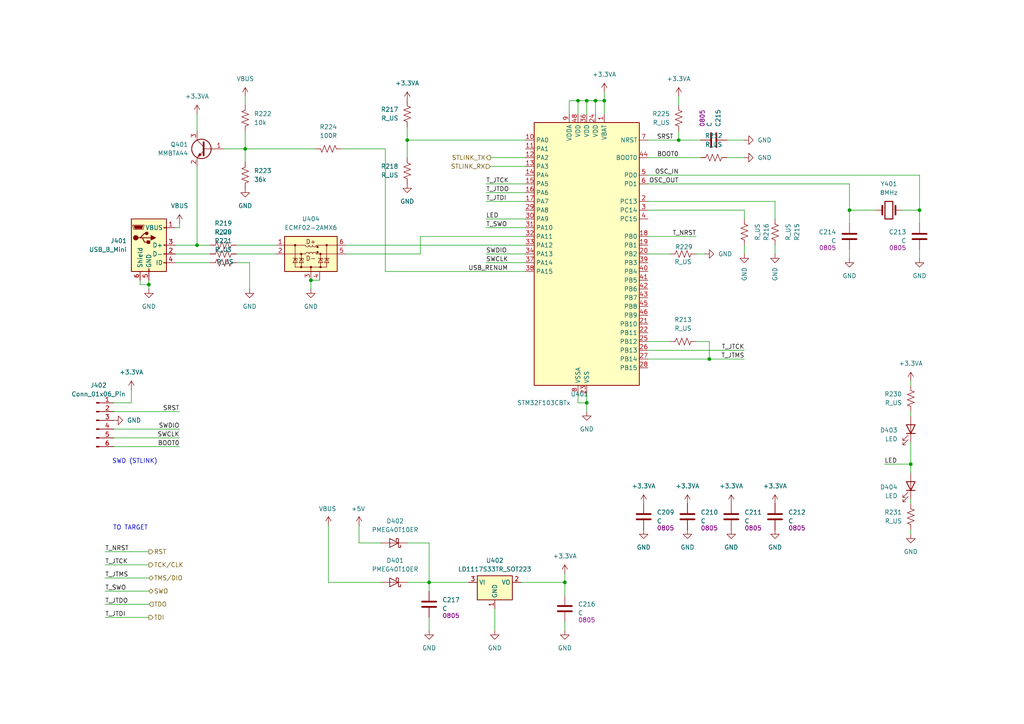
<source format=kicad_sch>
(kicad_sch (version 20250114) (generator "eeschema") (generator_version "9.0")
  (paper "A4")
  (lib_symbols
    (symbol "Connector:Conn_01x06_Pin" (pin_names (offset 1.016) (hide yes))
      (property "Reference" "J" (at 0 7.62 0))
      (property "Value" "Conn_01x06_Pin" (at 0 -10.16 0))
      (symbol "Conn_01x06_Pin_1_1"
        (rectangle (start 0.8636 5.207) (end 0 4.953) (stroke (width 0.1524)) (fill (type outline)))
        (rectangle (start 0.8636 2.667) (end 0 2.413) (stroke (width 0.1524)) (fill (type outline)))
        (rectangle (start 0.8636 0.127) (end 0 -0.127) (stroke (width 0.1524)) (fill (type outline)))
        (rectangle (start 0.8636 -2.413) (end 0 -2.667) (stroke (width 0.1524)) (fill (type outline)))
        (rectangle (start 0.8636 -4.953) (end 0 -5.207) (stroke (width 0.1524)) (fill (type outline)))
        (rectangle (start 0.8636 -7.493) (end 0 -7.747) (stroke (width 0.1524)) (fill (type outline)))
        (polyline (pts (xy 1.27 5.08) (xy 0.8636 5.08)) (stroke (width 0.1524)))
        (polyline (pts (xy 1.27 2.54) (xy 0.8636 2.54)) (stroke (width 0.1524)))
        (polyline (pts (xy 1.27 0) (xy 0.8636 0)) (stroke (width 0.1524)))
        (polyline (pts (xy 1.27 -2.54) (xy 0.8636 -2.54)) (stroke (width 0.1524)))
        (polyline (pts (xy 1.27 -5.08) (xy 0.8636 -5.08)) (stroke (width 0.1524)))
        (polyline (pts (xy 1.27 -7.62) (xy 0.8636 -7.62)) (stroke (width 0.1524)))
        (pin passive line (at 5.08 5.08 180) (length 3.81) (name "Pin_1") (number "1"))
        (pin passive line (at 5.08 2.54 180) (length 3.81) (name "Pin_2") (number "2"))
        (pin passive line (at 5.08 0 180) (length 3.81) (name "Pin_3") (number "3"))
        (pin passive line (at 5.08 -2.54 180) (length 3.81) (name "Pin_4") (number "4"))
        (pin passive line (at 5.08 -5.08 180) (length 3.81) (name "Pin_5") (number "5"))
        (pin passive line (at 5.08 -7.62 180) (length 3.81) (name "Pin_6") (number "6"))
      )
    )
    (symbol "Connector:USB_B_Mini" (pin_names (offset 1.016))
      (property "Reference" "J" (at -5.08 11.43 0))
      (property "Value" "USB_B_Mini" (at -5.08 8.89 0))
      (symbol "USB_B_Mini_0_1"
        (rectangle (start -5.08 -7.62) (end 5.08 7.62) (stroke (width 0.254)) (fill (type background)))
        (polyline (pts (xy -4.699 5.842) (xy -4.699 5.588) (xy -4.445 4.826) (xy -4.445 4.572) (xy -1.651 4.572) (xy -1.651 4.826) (xy -1.397 5.588) (xy -1.397 5.842) (xy -4.699 5.842)))
        (polyline (pts (xy -4.318 5.588) (xy -1.778 5.588) (xy -2.032 4.826) (xy -4.064 4.826) (xy -4.318 5.588)) (fill (type outline)))
        (circle (center -3.81 2.159) (radius 0.635) (stroke (width 0.254)) (fill (type outline)))
        (polyline (pts (xy -3.175 2.159) (xy -2.54 2.159) (xy -1.27 3.429) (xy -0.635 3.429)) (stroke (width 0.254)))
        (polyline (pts (xy -2.54 2.159) (xy -1.905 2.159) (xy -1.27 0.889) (xy 0 0.889)) (stroke (width 0.254)))
        (polyline (pts (xy -1.905 2.159) (xy 0.635 2.159)) (stroke (width 0.254)))
        (circle (center -0.635 3.429) (radius 0.381) (stroke (width 0.254)) (fill (type outline)))
        (rectangle (start -0.127 -7.62) (end 0.127 -6.858))
        (rectangle (start 0.254 1.27) (end -0.508 0.508) (stroke (width 0.254)) (fill (type outline)))
        (polyline (pts (xy 0.635 2.794) (xy 0.635 1.524) (xy 1.905 2.159) (xy 0.635 2.794)) (stroke (width 0.254)) (fill (type outline)))
        (rectangle (start 5.08 4.953) (end 4.318 5.207))
        (rectangle (start 5.08 -0.127) (end 4.318 0.127))
        (rectangle (start 5.08 -2.667) (end 4.318 -2.413))
        (rectangle (start 5.08 -5.207) (end 4.318 -4.953))
      )
      (symbol "USB_B_Mini_1_1"
        (pin passive line (at -2.54 -10.16 90) (length 2.54) (name "Shield") (number "6"))
        (pin power_out line (at 0 -10.16 90) (length 2.54) (name "GND") (number "5"))
        (pin power_out line (at 7.62 5.08 180) (length 2.54) (name "VBUS") (number "1"))
        (pin bidirectional line (at 7.62 0 180) (length 2.54) (name "D+") (number "3"))
        (pin bidirectional line (at 7.62 -2.54 180) (length 2.54) (name "D-") (number "2"))
        (pin passive line (at 7.62 -5.08 180) (length 2.54) (name "ID") (number "4"))
      )
    )
    (symbol "Device:C" (pin_numbers (hide yes)) (pin_names (offset 0.254))
      (property "Reference" "C" (at 0.635 2.54 0))
      (property "Value" "C" (at 0.635 -2.54 0))
      (symbol "C_0_1"
        (polyline (pts (xy -2.032 0.762) (xy 2.032 0.762)) (stroke (width 0.508)))
        (polyline (pts (xy -2.032 -0.762) (xy 2.032 -0.762)) (stroke (width 0.508)))
      )
      (symbol "C_1_1"
        (pin passive line (at 0 3.81 270) (length 2.794) (name "~") (number "1"))
        (pin passive line (at 0 -3.81 90) (length 2.794) (name "~") (number "2"))
      )
    )
    (symbol "Device:Crystal" (pin_numbers (hide yes)) (pin_names (offset 1.016) (hide yes))
      (property "Reference" "Y" (at 0 3.81 0))
      (property "Value" "Crystal" (at 0 -3.81 0))
      (symbol "Crystal_0_1"
        (polyline (pts (xy -2.54 0) (xy -1.905 0)))
        (polyline (pts (xy -1.905 -1.27) (xy -1.905 1.27)) (stroke (width 0.508)))
        (rectangle (start -1.143 2.54) (end 1.143 -2.54) (stroke (width 0.3048)))
        (polyline (pts (xy 1.905 -1.27) (xy 1.905 1.27)) (stroke (width 0.508)))
        (polyline (pts (xy 2.54 0) (xy 1.905 0)))
      )
      (symbol "Crystal_1_1"
        (pin passive line (at -3.81 0 0) (length 1.27) (name "1") (number "1"))
        (pin passive line (at 3.81 0 180) (length 1.27) (name "2") (number "2"))
      )
    )
    (symbol "Device:LED" (pin_numbers (hide yes)) (pin_names (offset 1.016) (hide yes))
      (property "Reference" "D" (at 0 2.54 0))
      (property "Value" "LED" (at 0 -2.54 0))
      (symbol "LED_0_1"
        (polyline (pts (xy -3.048 -0.762) (xy -4.572 -2.286) (xy -3.81 -2.286) (xy -4.572 -2.286) (xy -4.572 -1.524)))
        (polyline (pts (xy -1.778 -0.762) (xy -3.302 -2.286) (xy -2.54 -2.286) (xy -3.302 -2.286) (xy -3.302 -1.524)))
        (polyline (pts (xy -1.27 0) (xy 1.27 0)))
        (polyline (pts (xy -1.27 -1.27) (xy -1.27 1.27)) (stroke (width 0.254)))
        (polyline (pts (xy 1.27 -1.27) (xy 1.27 1.27) (xy -1.27 0) (xy 1.27 -1.27)) (stroke (width 0.254)))
      )
      (symbol "LED_1_1"
        (pin passive line (at -3.81 0 0) (length 2.54) (name "K") (number "1"))
        (pin passive line (at 3.81 0 180) (length 2.54) (name "A") (number "2"))
      )
    )
    (symbol "Device:R_US" (pin_numbers (hide yes)) (pin_names (offset 0))
      (property "Reference" "R" (at 2.54 0 90))
      (property "Value" "R_US" (at -2.54 0 90))
      (symbol "R_US_0_1"
        (polyline (pts (xy 0 2.286) (xy 0 2.54)))
        (polyline (pts (xy 0 2.286) (xy 1.016 1.905) (xy 0 1.524) (xy -1.016 1.143) (xy 0 0.762)))
        (polyline (pts (xy 0 0.762) (xy 1.016 0.381) (xy 0 0) (xy -1.016 -0.381) (xy 0 -0.762)))
        (polyline (pts (xy 0 -0.762) (xy 1.016 -1.143) (xy 0 -1.524) (xy -1.016 -1.905) (xy 0 -2.286)))
        (polyline (pts (xy 0 -2.286) (xy 0 -2.54)))
      )
      (symbol "R_US_1_1"
        (pin passive line (at 0 3.81 270) (length 1.27) (name "~") (number "1"))
        (pin passive line (at 0 -3.81 90) (length 1.27) (name "~") (number "2"))
      )
    )
    (symbol "Diode:PMEG40T10ER" (pin_numbers (hide yes)) (pin_names (hide yes))
      (property "Reference" "D" (at 0 2.54 0))
      (property "Value" "PMEG40T10ER" (at 0 -2.54 0))
      (symbol "PMEG40T10ER_0_1"
        (polyline (pts (xy -1.905 0.635) (xy -1.905 1.27) (xy -1.27 1.27) (xy -1.27 -1.27) (xy -0.635 -1.27) (xy -0.635 -0.635)) (stroke (width 0.2032)))
        (polyline (pts (xy 1.27 1.27) (xy 1.27 -1.27) (xy -1.27 0) (xy 1.27 1.27)) (stroke (width 0.2032)))
        (polyline (pts (xy 1.27 0) (xy -1.27 0)))
      )
      (symbol "PMEG40T10ER_1_1"
        (pin passive line (at -3.81 0 0) (length 2.54) (name "K") (number "1"))
        (pin passive line (at 3.81 0 180) (length 2.54) (name "A") (number "2"))
      )
    )
    (symbol "MCU_ST_STM32F1:STM32F103CBTx"
      (property "Reference" "U" (at -15.24 39.37 0))
      (property "Value" "STM32F103CBTx" (at 7.62 39.37 0))
      (symbol "STM32F103CBTx_0_1"
        (rectangle (start -15.24 -38.1) (end 15.24 38.1) (stroke (width 0.254)) (fill (type background)))
      )
      (symbol "STM32F103CBTx_1_1"
        (pin input line (at -17.78 33.02 0) (length 2.54) (name "NRST") (number "7"))
        (pin input line (at -17.78 27.94 0) (length 2.54) (name "BOOT0") (number "44"))
        (pin bidirectional line (at -17.78 22.86 0) (length 2.54) (name "PD0") (number "5"))
        (pin bidirectional line (at -17.78 20.32 0) (length 2.54) (name "PD1") (number "6"))
        (pin bidirectional line (at -17.78 15.24 0) (length 2.54) (name "PC13") (number "2"))
        (pin bidirectional line (at -17.78 12.7 0) (length 2.54) (name "PC14") (number "3"))
        (pin bidirectional line (at -17.78 10.16 0) (length 2.54) (name "PC15") (number "4"))
        (pin bidirectional line (at -17.78 5.08 0) (length 2.54) (name "PB0") (number "18"))
        (pin bidirectional line (at -17.78 2.54 0) (length 2.54) (name "PB1") (number "19"))
        (pin bidirectional line (at -17.78 0 0) (length 2.54) (name "PB2") (number "20"))
        (pin bidirectional line (at -17.78 -2.54 0) (length 2.54) (name "PB3") (number "39"))
        (pin bidirectional line (at -17.78 -5.08 0) (length 2.54) (name "PB4") (number "40"))
        (pin bidirectional line (at -17.78 -7.62 0) (length 2.54) (name "PB5") (number "41"))
        (pin bidirectional line (at -17.78 -10.16 0) (length 2.54) (name "PB6") (number "42"))
        (pin bidirectional line (at -17.78 -12.7 0) (length 2.54) (name "PB7") (number "43"))
        (pin bidirectional line (at -17.78 -15.24 0) (length 2.54) (name "PB8") (number "45"))
        (pin bidirectional line (at -17.78 -17.78 0) (length 2.54) (name "PB9") (number "46"))
        (pin bidirectional line (at -17.78 -20.32 0) (length 2.54) (name "PB10") (number "21"))
        (pin bidirectional line (at -17.78 -22.86 0) (length 2.54) (name "PB11") (number "22"))
        (pin bidirectional line (at -17.78 -25.4 0) (length 2.54) (name "PB12") (number "25"))
        (pin bidirectional line (at -17.78 -27.94 0) (length 2.54) (name "PB13") (number "26"))
        (pin bidirectional line (at -17.78 -30.48 0) (length 2.54) (name "PB14") (number "27"))
        (pin bidirectional line (at -17.78 -33.02 0) (length 2.54) (name "PB15") (number "28"))
        (pin power_in line (at -5.08 40.64 270) (length 2.54) (name "VBAT") (number "1"))
        (pin power_in line (at -2.54 40.64 270) (length 2.54) (name "VDD") (number "24"))
        (pin power_in line (at 0 40.64 270) (length 2.54) (name "VDD") (number "36"))
        (pin power_in line (at 0 -40.64 90) (length 2.54) (name "VSS") (number "23"))
        (pin passive line (at 0 -40.64 90) (length 2.54) (hide yes) (name "VSS") (number "35"))
        (pin passive line (at 0 -40.64 90) (length 2.54) (hide yes) (name "VSS") (number "47"))
        (pin power_in line (at 2.54 40.64 270) (length 2.54) (name "VDD") (number "48"))
        (pin power_in line (at 2.54 -40.64 90) (length 2.54) (name "VSSA") (number "8"))
        (pin power_in line (at 5.08 40.64 270) (length 2.54) (name "VDDA") (number "9"))
        (pin bidirectional line (at 17.78 33.02 180) (length 2.54) (name "PA0") (number "10"))
        (pin bidirectional line (at 17.78 30.48 180) (length 2.54) (name "PA1") (number "11"))
        (pin bidirectional line (at 17.78 27.94 180) (length 2.54) (name "PA2") (number "12"))
        (pin bidirectional line (at 17.78 25.4 180) (length 2.54) (name "PA3") (number "13"))
        (pin bidirectional line (at 17.78 22.86 180) (length 2.54) (name "PA4") (number "14"))
        (pin bidirectional line (at 17.78 20.32 180) (length 2.54) (name "PA5") (number "15"))
        (pin bidirectional line (at 17.78 17.78 180) (length 2.54) (name "PA6") (number "16"))
        (pin bidirectional line (at 17.78 15.24 180) (length 2.54) (name "PA7") (number "17"))
        (pin bidirectional line (at 17.78 12.7 180) (length 2.54) (name "PA8") (number "29"))
        (pin bidirectional line (at 17.78 10.16 180) (length 2.54) (name "PA9") (number "30"))
        (pin bidirectional line (at 17.78 7.62 180) (length 2.54) (name "PA10") (number "31"))
        (pin bidirectional line (at 17.78 5.08 180) (length 2.54) (name "PA11") (number "32"))
        (pin bidirectional line (at 17.78 2.54 180) (length 2.54) (name "PA12") (number "33"))
        (pin bidirectional line (at 17.78 0 180) (length 2.54) (name "PA13") (number "34"))
        (pin bidirectional line (at 17.78 -2.54 180) (length 2.54) (name "PA14") (number "37"))
        (pin bidirectional line (at 17.78 -5.08 180) (length 2.54) (name "PA15") (number "38"))
      )
    )
    (symbol "Power_Protection:ECMF02-2AMX6" (pin_names (offset 0.0254) (hide yes))
      (property "Reference" "U" (at 0 10.16 0))
      (property "Value" "ECMF02-2AMX6" (at 0 7.62 0))
      (symbol "ECMF02-2AMX6_0_1"
        (rectangle (start -7.62 5.08) (end 7.62 -5.08) (stroke (width 0.254)) (fill (type background)))
        (polyline (pts (xy -7.62 2.54) (xy -1.524 2.54)))
        (polyline (pts (xy -7.62 0) (xy -1.524 0)))
        (polyline (pts (xy -4.572 2.54) (xy -4.572 -3.81)))
        (polyline (pts (xy -4.572 -3.81) (xy 4.572 -3.81)))
        (polyline (pts (xy -2.794 0) (xy -2.794 -3.81)))
        (arc (start -0.508 2.5023) (mid -1.016 2.0306) (end -1.524 2.5023))
        (arc (start -1.524 0.0377) (mid -1.016 0.5094) (end -0.508 0.0377))
        (arc (start 0.508 2.5023) (mid 0 2.0306) (end -0.508 2.5023))
        (arc (start -0.508 0.0377) (mid 0 0.5094) (end 0.508 0.0377))
        (polyline (pts (xy 0 -5.08) (xy 0 -3.81)))
        (arc (start 1.524 2.5023) (mid 1.016 2.0306) (end 0.508 2.5023))
        (arc (start 0.508 0.0377) (mid 1.016 0.5094) (end 1.524 0.0377))
        (polyline (pts (xy 2.54 2.54) (xy 1.524 2.54)))
        (polyline (pts (xy 2.54 2.54) (xy 7.62 2.54)))
        (polyline (pts (xy 2.54 0) (xy 1.524 0)))
        (polyline (pts (xy 2.54 0) (xy 7.62 0)))
        (polyline (pts (xy 2.794 0) (xy 2.794 -3.81)))
        (polyline (pts (xy 4.572 2.54) (xy 4.572 -3.81)))
        (text "D+" (at 0 3.556 0) (effects (font (size 1.27 1.27))))
        (text "D-" (at 0 -1.27 0) (effects (font (size 1.27 1.27))))
      )
      (symbol "ECMF02-2AMX6_1_1"
        (polyline (pts (xy -5.207 -2.54) (xy -3.937 -2.54) (xy -4.572 -1.27) (xy -5.207 -2.54)))
        (circle (center -4.572 2.54) (radius 0.254) (fill (type outline)))
        (polyline (pts (xy -3.937 -1.651) (xy -3.937 -1.27) (xy -5.207 -1.27)))
        (polyline (pts (xy -3.429 -2.54) (xy -2.159 -2.54) (xy -2.794 -1.27) (xy -3.429 -2.54)))
        (circle (center -2.794 0) (radius 0.254) (fill (type outline)))
        (circle (center -2.794 -3.81) (radius 0.254) (fill (type outline)))
        (polyline (pts (xy -2.159 -1.651) (xy -2.159 -1.27) (xy -3.429 -1.27)))
        (circle (center 0 -3.81) (radius 0.254) (fill (type outline)))
        (circle (center 1.905 2.032) (radius 0.254) (fill (type outline)))
        (circle (center 1.905 0.508) (radius 0.254) (fill (type outline)))
        (circle (center 2.794 0) (radius 0.254) (fill (type outline)))
        (circle (center 2.794 -3.81) (radius 0.254) (fill (type outline)))
        (polyline (pts (xy 3.429 -1.651) (xy 3.429 -1.27) (xy 2.159 -1.27)))
        (polyline (pts (xy 3.429 -2.54) (xy 2.159 -2.54) (xy 2.794 -1.27) (xy 3.429 -2.54)))
        (circle (center 4.572 2.54) (radius 0.254) (fill (type outline)))
        (polyline (pts (xy 5.207 -1.651) (xy 5.207 -1.27) (xy 3.937 -1.27)))
        (polyline (pts (xy 5.207 -2.54) (xy 3.937 -2.54) (xy 4.572 -1.27) (xy 5.207 -2.54)))
        (pin passive line (at -10.16 2.54 0) (length 2.54) (name "D+_in") (number "1"))
        (pin passive line (at -10.16 0 0) (length 2.54) (name "D-_in") (number "2"))
        (pin power_in line (at 0 -7.62 90) (length 2.54) (name "GND") (number "3"))
        (pin free line (at 2.54 -7.62 90) (length 2.54) (name "NC") (number "4"))
        (pin passive line (at 10.16 2.54 180) (length 2.54) (name "D+_out") (number "6"))
        (pin passive line (at 10.16 0 180) (length 2.54) (name "D-_out") (number "5"))
      )
    )
    (symbol "Regulator_Linear:LD1117S33TR_SOT223"
      (property "Reference" "U" (at -3.81 3.175 0))
      (property "Value" "LD1117S33TR_SOT223" (at 0 3.175 0))
      (symbol "LD1117S33TR_SOT223_0_1"
        (rectangle (start -5.08 -5.08) (end 5.08 1.905) (stroke (width 0.254)) (fill (type background)))
      )
      (symbol "LD1117S33TR_SOT223_1_1"
        (pin power_in line (at -7.62 0 0) (length 2.54) (name "VI") (number "3"))
        (pin power_in line (at 0 -7.62 90) (length 2.54) (name "GND") (number "1"))
        (pin power_out line (at 7.62 0 180) (length 2.54) (name "VO") (number "2"))
      )
    )
    (symbol "Transistor_BJT:MMBTA44" (pin_names (offset 0) (hide yes))
      (property "Reference" "Q" (at 5.08 1.905 0))
      (property "Value" "MMBTA44" (at 5.08 0 0))
      (symbol "MMBTA44_0_1"
        (polyline (pts (xy -2.54 0) (xy 0.635 0)))
        (polyline (pts (xy 0.635 1.905) (xy 0.635 -1.905)) (stroke (width 0.508)))
        (circle (center 1.27 0) (radius 2.8194) (stroke (width 0.254)))
      )
      (symbol "MMBTA44_1_1"
        (polyline (pts (xy 0.635 0.635) (xy 2.54 2.54)))
        (polyline (pts (xy 0.635 -0.635) (xy 2.54 -2.54)))
        (polyline (pts (xy 1.27 -1.778) (xy 1.778 -1.27) (xy 2.286 -2.286) (xy 1.27 -1.778)) (fill (type outline)))
        (pin input line (at -5.08 0 0) (length 2.54) (name "B") (number "1"))
        (pin passive line (at 2.54 5.08 270) (length 2.54) (name "C") (number "3"))
        (pin passive line (at 2.54 -5.08 90) (length 2.54) (name "E") (number "2"))
      )
    )
    (symbol "power:+3.3VA" (power) (pin_numbers (hide yes)) (pin_names (offset 0) (hide yes))
      (property "Value" "+3.3VA" (at 0 3.556 0))
      (symbol "+3.3VA_0_1"
        (polyline (pts (xy -0.762 1.27) (xy 0 2.54)))
        (polyline (pts (xy 0 2.54) (xy 0.762 1.27)))
        (polyline (pts (xy 0 0) (xy 0 2.54)))
      )
      (symbol "+3.3VA_1_1"
        (pin power_in line (at 0 0 90) (length 0) (name "~") (number "1"))
      )
    )
    (symbol "power:+5V" (power) (pin_numbers (hide yes)) (pin_names (offset 0) (hide yes))
      (property "Value" "+5V" (at 0 3.556 0))
      (symbol "+5V_0_1"
        (polyline (pts (xy -0.762 1.27) (xy 0 2.54)))
        (polyline (pts (xy 0 2.54) (xy 0.762 1.27)))
        (polyline (pts (xy 0 0) (xy 0 2.54)))
      )
      (symbol "+5V_1_1"
        (pin power_in line (at 0 0 90) (length 0) (name "~") (number "1"))
      )
    )
    (symbol "power:GND" (power) (pin_numbers (hide yes)) (pin_names (offset 0) (hide yes))
      (property "Value" "GND" (at 0 -3.81 0))
      (symbol "GND_0_1"
        (polyline (pts (xy 0 0) (xy 0 -1.27) (xy 1.27 -1.27) (xy 0 -2.54) (xy -1.27 -1.27) (xy 0 -1.27)))
      )
      (symbol "GND_1_1"
        (pin power_in line (at 0 0 270) (length 0) (name "~") (number "1"))
      )
    )
    (symbol "power:VBUS" (power) (pin_numbers (hide yes)) (pin_names (offset 0) (hide yes))
      (property "Value" "VBUS" (at 0 3.556 0))
      (symbol "VBUS_0_1"
        (polyline (pts (xy -0.762 1.27) (xy 0 2.54)))
        (polyline (pts (xy 0 2.54) (xy 0.762 1.27)))
        (polyline (pts (xy 0 0) (xy 0 2.54)))
      )
      (symbol "VBUS_1_1"
        (pin power_in line (at 0 0 90) (length 0) (name "~") (number "1"))
      )
    )
  )
  (text "TO TARGET\n" (at 37.846 153.162 0) (effects (font (size 1.27 1.27))))
  (text "SWD (STLINK)\n\n" (at 39.116 134.874 0) (effects (font (size 1.27 1.27))))
  (junction (at 246.38 60.96))
  (junction (at 175.26 29.21))
  (junction (at 172.72 29.21))
  (junction (at 124.46 168.91))
  (junction (at 205.74 104.14))
  (junction (at 266.7 60.96))
  (junction (at 57.15 71.12))
  (junction (at 196.85 40.64))
  (junction (at 167.64 29.21))
  (junction (at 118.11 40.64))
  (junction (at 43.18 82.55))
  (junction (at 163.83 168.91))
  (junction (at 264.16 134.62))
  (junction (at 90.17 81.28))
  (junction (at 170.18 116.84))
  (junction (at 71.12 43.18))
  (junction (at 170.18 29.21))
  (wire (pts (xy 152.4 63.5) (xy 140.97 63.5)))
  (wire (pts (xy 167.64 29.21) (xy 170.18 29.21)))
  (wire (pts (xy 201.93 99.06) (xy 205.74 99.06)))
  (wire (pts (xy 175.26 29.21) (xy 175.26 33.02)))
  (wire (pts (xy 246.38 53.34) (xy 187.96 53.34)))
  (wire (pts (xy 264.16 128.27) (xy 264.16 134.62)))
  (wire (pts (xy 152.4 53.34) (xy 140.97 53.34)))
  (wire (pts (xy 224.79 58.42) (xy 187.96 58.42)))
  (wire (pts (xy 80.01 71.12) (xy 68.58 71.12)))
  (wire (pts (xy 152.4 73.66) (xy 140.97 73.66)))
  (wire (pts (xy 205.74 99.06) (xy 205.74 104.14)))
  (wire (pts (xy 205.74 104.14) (xy 187.96 104.14)))
  (wire (pts (xy 90.17 81.28) (xy 90.17 83.82)))
  (wire (pts (xy 71.12 38.1) (xy 71.12 43.18)))
  (wire (pts (xy 201.93 68.58) (xy 187.96 68.58)))
  (wire (pts (xy 71.12 43.18) (xy 91.44 43.18)))
  (wire (pts (xy 167.64 29.21) (xy 167.64 33.02)))
  (wire (pts (xy 40.64 81.28) (xy 40.64 82.55)))
  (wire (pts (xy 30.48 160.02) (xy 43.18 160.02)))
  (wire (pts (xy 95.25 168.91) (xy 95.25 152.4)))
  (wire (pts (xy 57.15 48.26) (xy 57.15 71.12)))
  (wire (pts (xy 30.48 167.64) (xy 43.18 167.64)))
  (wire (pts (xy 33.02 119.38) (xy 52.07 119.38)))
  (wire (pts (xy 57.15 71.12) (xy 50.8 71.12)))
  (wire (pts (xy 167.64 114.3) (xy 167.64 116.84)))
  (wire (pts (xy 215.9 63.5) (xy 215.9 60.96)))
  (wire (pts (xy 264.16 144.78) (xy 264.16 146.05)))
  (wire (pts (xy 121.92 73.66) (xy 121.92 68.58)))
  (wire (pts (xy 201.93 73.66) (xy 204.47 73.66)))
  (wire (pts (xy 43.18 82.55) (xy 43.18 83.82)))
  (wire (pts (xy 72.39 76.2) (xy 72.39 83.82)))
  (wire (pts (xy 118.11 157.48) (xy 124.46 157.48)))
  (wire (pts (xy 163.83 168.91) (xy 163.83 172.72)))
  (wire (pts (xy 152.4 66.04) (xy 140.97 66.04)))
  (wire (pts (xy 68.58 76.2) (xy 72.39 76.2)))
  (wire (pts (xy 194.31 73.66) (xy 187.96 73.66)))
  (wire (pts (xy 196.85 40.64) (xy 203.2 40.64)))
  (wire (pts (xy 266.7 50.8) (xy 266.7 60.96)))
  (wire (pts (xy 110.49 168.91) (xy 95.25 168.91)))
  (wire (pts (xy 33.02 127) (xy 52.07 127)))
  (wire (pts (xy 170.18 116.84) (xy 170.18 119.38)))
  (wire (pts (xy 172.72 29.21) (xy 172.72 33.02)))
  (wire (pts (xy 64.77 43.18) (xy 71.12 43.18)))
  (wire (pts (xy 50.8 66.04) (xy 52.07 66.04)))
  (wire (pts (xy 33.02 124.46) (xy 52.07 124.46)))
  (wire (pts (xy 40.64 82.55) (xy 43.18 82.55)))
  (wire (pts (xy 165.1 29.21) (xy 167.64 29.21)))
  (wire (pts (xy 215.9 45.72) (xy 210.82 45.72)))
  (wire (pts (xy 124.46 179.07) (xy 124.46 182.88)))
  (wire (pts (xy 266.7 60.96) (xy 261.62 60.96)))
  (wire (pts (xy 215.9 101.6) (xy 187.96 101.6)))
  (wire (pts (xy 203.2 45.72) (xy 187.96 45.72)))
  (wire (pts (xy 264.16 134.62) (xy 264.16 137.16)))
  (wire (pts (xy 33.02 116.84) (xy 38.1 116.84)))
  (wire (pts (xy 246.38 74.93) (xy 246.38 72.39)))
  (wire (pts (xy 68.58 73.66) (xy 80.01 73.66)))
  (wire (pts (xy 167.64 116.84) (xy 170.18 116.84)))
  (wire (pts (xy 92.71 81.28) (xy 90.17 81.28)))
  (wire (pts (xy 152.4 78.74) (xy 111.76 78.74)))
  (wire (pts (xy 170.18 114.3) (xy 170.18 116.84)))
  (wire (pts (xy 50.8 76.2) (xy 60.96 76.2)))
  (wire (pts (xy 246.38 64.77) (xy 246.38 60.96)))
  (wire (pts (xy 266.7 50.8) (xy 187.96 50.8)))
  (wire (pts (xy 124.46 157.48) (xy 124.46 168.91)))
  (wire (pts (xy 143.51 176.53) (xy 143.51 182.88)))
  (wire (pts (xy 224.79 63.5) (xy 224.79 58.42)))
  (wire (pts (xy 111.76 43.18) (xy 111.76 78.74)))
  (wire (pts (xy 196.85 27.94) (xy 196.85 30.48)))
  (wire (pts (xy 152.4 71.12) (xy 100.33 71.12)))
  (wire (pts (xy 170.18 29.21) (xy 170.18 33.02)))
  (wire (pts (xy 104.14 157.48) (xy 110.49 157.48)))
  (wire (pts (xy 151.13 168.91) (xy 163.83 168.91)))
  (wire (pts (xy 50.8 73.66) (xy 60.96 73.66)))
  (wire (pts (xy 71.12 43.18) (xy 71.12 46.99)))
  (wire (pts (xy 152.4 55.88) (xy 140.97 55.88)))
  (wire (pts (xy 57.15 33.02) (xy 57.15 38.1)))
  (wire (pts (xy 33.02 129.54) (xy 52.07 129.54)))
  (wire (pts (xy 266.7 74.93) (xy 266.7 72.39)))
  (wire (pts (xy 175.26 26.67) (xy 175.26 29.21)))
  (wire (pts (xy 30.48 163.83) (xy 43.18 163.83)))
  (wire (pts (xy 100.33 73.66) (xy 121.92 73.66)))
  (wire (pts (xy 215.9 60.96) (xy 187.96 60.96)))
  (wire (pts (xy 187.96 99.06) (xy 194.31 99.06)))
  (wire (pts (xy 246.38 53.34) (xy 246.38 60.96)))
  (wire (pts (xy 30.48 171.45) (xy 43.18 171.45)))
  (wire (pts (xy 172.72 29.21) (xy 175.26 29.21)))
  (wire (pts (xy 30.48 175.26) (xy 43.18 175.26)))
  (wire (pts (xy 165.1 33.02) (xy 165.1 29.21)))
  (wire (pts (xy 118.11 36.83) (xy 118.11 40.64)))
  (wire (pts (xy 118.11 40.64) (xy 118.11 45.72)))
  (wire (pts (xy 215.9 104.14) (xy 205.74 104.14)))
  (wire (pts (xy 196.85 40.64) (xy 187.96 40.64)))
  (wire (pts (xy 264.16 119.38) (xy 264.16 120.65)))
  (wire (pts (xy 215.9 71.12) (xy 215.9 73.66)))
  (wire (pts (xy 266.7 64.77) (xy 266.7 60.96)))
  (wire (pts (xy 152.4 58.42) (xy 140.97 58.42)))
  (wire (pts (xy 152.4 40.64) (xy 118.11 40.64)))
  (wire (pts (xy 52.07 66.04) (xy 52.07 64.77)))
  (wire (pts (xy 254 60.96) (xy 246.38 60.96)))
  (wire (pts (xy 224.79 71.12) (xy 224.79 73.66)))
  (wire (pts (xy 104.14 152.4) (xy 104.14 157.48)))
  (wire (pts (xy 135.89 168.91) (xy 124.46 168.91)))
  (wire (pts (xy 196.85 38.1) (xy 196.85 40.64)))
  (wire (pts (xy 256.54 134.62) (xy 264.16 134.62)))
  (wire (pts (xy 170.18 29.21) (xy 172.72 29.21)))
  (wire (pts (xy 264.16 153.67) (xy 264.16 154.94)))
  (wire (pts (xy 30.48 179.07) (xy 43.18 179.07)))
  (wire (pts (xy 121.92 68.58) (xy 152.4 68.58)))
  (wire (pts (xy 152.4 48.26) (xy 142.24 48.26)))
  (wire (pts (xy 210.82 40.64) (xy 215.9 40.64)))
  (wire (pts (xy 43.18 82.55) (xy 43.18 81.28)))
  (wire (pts (xy 124.46 168.91) (xy 124.46 171.45)))
  (wire (pts (xy 264.16 110.49) (xy 264.16 111.76)))
  (wire (pts (xy 163.83 180.34) (xy 163.83 182.88)))
  (wire (pts (xy 38.1 116.84) (xy 38.1 113.03)))
  (wire (pts (xy 163.83 166.37) (xy 163.83 168.91)))
  (wire (pts (xy 152.4 45.72) (xy 142.24 45.72)))
  (wire (pts (xy 57.15 71.12) (xy 60.96 71.12)))
  (wire (pts (xy 99.06 43.18) (xy 111.76 43.18)))
  (wire (pts (xy 152.4 76.2) (xy 140.97 76.2)))
  (wire (pts (xy 124.46 168.91) (xy 118.11 168.91)))
  (wire (pts (xy 71.12 27.94) (xy 71.12 30.48)))
  (label "T_NRST" (at 30.48 160.02 0))
  (label "T_JTDI" (at 30.48 179.07 0))
  (label "SWCLK" (at 52.07 127 180))
  (label "LED" (at 140.97 63.5 0))
  (label "BOOT0" (at 196.85 45.72 180))
  (label "T_NRST" (at 201.93 68.58 180))
  (label "USB_RENUM" (at 147.32 78.74 180))
  (label "T_JTCK" (at 215.9 101.6 180))
  (label "T_SWO" (at 140.97 66.04 0))
  (label "T_SWO" (at 30.48 171.45 0))
  (label "T_JTMS" (at 30.48 167.64 0))
  (label "LED" (at 256.54 134.62 0))
  (label "SRST" (at 190.5 40.64 0))
  (label "T_JTCK" (at 30.48 163.83 0))
  (label "T_JTDO" (at 140.97 55.88 0))
  (label "T_JTDO" (at 30.48 175.26 0))
  (label "OSC_OUT" (at 196.85 53.34 180))
  (label "BOOT0" (at 52.07 129.54 180))
  (label "T_JTDI" (at 140.97 58.42 0))
  (label "T_JTMS" (at 215.9 104.14 180))
  (label "OSC_IN" (at 196.85 50.8 180))
  (label "T_JTCK" (at 140.97 53.34 0))
  (label "SWDIO" (at 52.07 124.46 180))
  (label "SWDIO" (at 140.97 73.66 0))
  (label "SRST" (at 52.07 119.38 180))
  (label "SWCLK" (at 140.97 76.2 0))
  (hierarchical_label "TCK{slash}CLK" (shape output) (at 43.18 163.83 0))
  (hierarchical_label "SWO" (shape bidirectional) (at 43.18 171.45 0))
  (hierarchical_label "STLINK_TX" (shape output) (at 142.24 45.72 180))
  (hierarchical_label "TDI" (shape output) (at 43.18 179.07 0))
  (hierarchical_label "TMS{slash}DIO" (shape bidirectional) (at 43.18 167.64 0))
  (hierarchical_label "TDO" (shape input) (at 43.18 175.26 0))
  (hierarchical_label "RST" (shape output) (at 43.18 160.02 0))
  (hierarchical_label "STLINK_RX" (shape input) (at 142.24 48.26 180))
  (symbol (lib_id "Device:Crystal") (at 257.81 60.96 0) (mirror y) (unit 1)
    (property "Reference" "Y401" (at 257.81 53.34 0))
    (property "Value" "8MHz" (at 257.81 55.88 0))
    (property "Footprint" "Crystal:Crystal_SMD_HC49-SD_HandSoldering" (effects (hide yes)))
    (property "Description" "Two pin crystal" (effects (hide yes)))
  )
  (symbol (lib_id "power:GND") (at 118.11 53.34 0) (mirror y) (unit 1)
    (property "Reference" "#PWR0245" (effects (hide yes)))
    (property "Value" "GND" (at 118.11 58.42 0))
    (property "Description" "Power symbol creates a global label with name \"GND\" , ground" (effects (hide yes)))
  )
  (symbol (lib_id "Device:R_US") (at 118.11 33.02 0) (unit 1)
    (property "Reference" "R217" (at 115.57 31.7499 0) (effects (justify right)))
    (property "Value" "R_US" (at 115.57 34.2899 0) (effects (justify right)))
    (property "Footprint" "Resistor_SMD:R_0805_2012Metric_Pad1.20x1.40mm_HandSolder" (effects (hide yes)))
    (property "Description" "Resistor, US symbol" (effects (hide yes)))
  )
  (symbol (lib_id "Device:R_US") (at 207.01 45.72 90) (unit 1)
    (property "Reference" "R212" (at 207.01 39.37 90))
    (property "Value" "R_US" (at 207.01 41.91 90))
    (property "Footprint" "Resistor_SMD:R_0805_2012Metric_Pad1.20x1.40mm_HandSolder" (effects (hide yes)))
    (property "Description" "Resistor, US symbol" (effects (hide yes)))
  )
  (symbol (lib_id "Regulator_Linear:LD1117S33TR_SOT223") (at 143.51 168.91 0) (unit 1)
    (property "Reference" "U402" (at 143.51 162.56 0))
    (property "Value" "LD1117S33TR_SOT223" (at 143.51 165.1 0))
    (property "Footprint" "Package_TO_SOT_SMD:SOT-223-3_TabPin2" (effects (hide yes)))
    (property "Datasheet" "http://www.st.com/st-web-ui/static/active/en/resource/technical/document/datasheet/CD00000544.pdf" (effects (hide yes)))
    (property "Description" "800mA Fixed Low Drop Positive Voltage Regulator, Fixed Output 3.3V, SOT-223" (effects (hide yes)))
  )
  (symbol (lib_id "power:VBUS") (at 52.07 64.77 0) (mirror y) (unit 1)
    (property "Reference" "#PWR0402" (effects (hide yes)))
    (property "Value" "VBUS" (at 52.07 59.69 0))
    (property "Description" "Power symbol creates a global label with name \"VBUS\"" (effects (hide yes)))
  )
  (symbol (lib_id "Device:R_US") (at 264.16 115.57 0) (unit 1)
    (property "Reference" "R230" (at 261.62 114.2999 0) (effects (justify right)))
    (property "Value" "R_US" (at 261.62 116.8399 0) (effects (justify right)))
    (property "Footprint" "Resistor_SMD:R_0805_2012Metric_Pad1.20x1.40mm_HandSolder" (effects (hide yes)))
    (property "Description" "Resistor, US symbol" (effects (hide yes)))
  )
  (symbol (lib_id "Device:LED") (at 264.16 124.46 270) (mirror x) (unit 1)
    (property "Reference" "D403" (at 260.35 124.7774 90) (effects (justify right)))
    (property "Value" "LED" (at 260.35 127.3174 90) (effects (justify right)))
    (property "Footprint" "LED_SMD:LED_0805_2012Metric_Pad1.15x1.40mm_HandSolder" (effects (hide yes)))
    (property "Description" "Light emitting diode" (effects (hide yes)))
    (property "Sim.Pins" "1=K 2=A" (effects (hide yes)))
  )
  (symbol (lib_id "power:GND") (at 43.18 83.82 0) (mirror y) (unit 1)
    (property "Reference" "#PWR0247" (effects (hide yes)))
    (property "Value" "GND" (at 43.18 88.9 0))
    (property "Description" "Power symbol creates a global label with name \"GND\" , ground" (effects (hide yes)))
  )
  (symbol (lib_id "Device:R_US") (at 64.77 73.66 90) (unit 1)
    (property "Reference" "R220" (at 64.77 67.31 90))
    (property "Value" "R_US" (at 65.278 75.946 90))
    (property "Footprint" "Resistor_SMD:R_0805_2012Metric_Pad1.20x1.40mm_HandSolder" (effects (hide yes)))
    (property "Description" "Resistor, US symbol" (effects (hide yes)))
  )
  (symbol (lib_id "Device:R_US") (at 224.79 67.31 0) (unit 1)
    (property "Reference" "R215" (at 231.14 67.31 90))
    (property "Value" "R_US" (at 228.6 67.31 90))
    (property "Footprint" "Resistor_SMD:R_0805_2012Metric_Pad1.20x1.40mm_HandSolder" (effects (hide yes)))
    (property "Description" "Resistor, US symbol" (effects (hide yes)))
  )
  (symbol (lib_id "power:+3.3VA") (at 224.79 146.05 0) (unit 1)
    (property "Reference" "#PWR0405" (effects (hide yes)))
    (property "Value" "+3.3VA" (at 224.79 140.97 0))
    (property "Description" "Power symbol creates a global label with name \"+3.3VA\"" (effects (hide yes)))
  )
  (symbol (lib_id "power:+3.3VA") (at 38.1 113.03 0) (unit 1)
    (property "Reference" "#PWR0413" (effects (hide yes)))
    (property "Value" "+3.3VA" (at 38.1 107.95 0))
    (property "Description" "Power symbol creates a global label with name \"+3.3VA\"" (effects (hide yes)))
  )
  (symbol (lib_id "power:+3.3VA") (at 118.11 29.21 0) (mirror y) (unit 1)
    (property "Reference" "#PWR0410" (effects (hide yes)))
    (property "Value" "+3.3VA" (at 118.11 24.13 0))
    (property "Description" "Power symbol creates a global label with name \"+3.3VA\"" (effects (hide yes)))
  )
  (symbol (lib_id "power:GND") (at 72.39 83.82 0) (mirror y) (unit 1)
    (property "Reference" "#PWR0246" (effects (hide yes)))
    (property "Value" "GND" (at 72.39 88.9 0))
    (property "Description" "Power symbol creates a global label with name \"GND\" , ground" (effects (hide yes)))
  )
  (symbol (lib_id "Device:LED") (at 264.16 140.97 270) (mirror x) (unit 1)
    (property "Reference" "D404" (at 260.35 141.2874 90) (effects (justify right)))
    (property "Value" "LED" (at 260.35 143.8274 90) (effects (justify right)))
    (property "Footprint" "LED_SMD:LED_0805_2012Metric_Pad1.15x1.40mm_HandSolder" (effects (hide yes)))
    (property "Description" "Light emitting diode" (effects (hide yes)))
    (property "Sim.Pins" "1=K 2=A" (effects (hide yes)))
  )
  (symbol (lib_id "Device:R_US") (at 64.77 76.2 90) (unit 1)
    (property "Reference" "R221" (at 64.77 69.85 90))
    (property "Value" "R_US" (at 64.77 72.39 90))
    (property "Footprint" "Resistor_SMD:R_0805_2012Metric_Pad1.20x1.40mm_HandSolder" (effects (hide yes)))
    (property "Description" "Resistor, US symbol" (effects (hide yes)))
  )
  (symbol (lib_id "power:GND") (at 90.17 83.82 0) (mirror y) (unit 1)
    (property "Reference" "#PWR0294" (effects (hide yes)))
    (property "Value" "GND" (at 90.17 88.9 0))
    (property "Description" "Power symbol creates a global label with name \"GND\" , ground" (effects (hide yes)))
  )
  (symbol (lib_id "power:GND") (at 215.9 73.66 0) (mirror y) (unit 1)
    (property "Reference" "#PWR0244" (effects (hide yes)))
    (property "Value" "GND" (at 215.9001 77.47 90) (effects (justify right)))
    (property "Description" "Power symbol creates a global label with name \"GND\" , ground" (effects (hide yes)))
  )
  (symbol (lib_id "Transistor_BJT:MMBTA44") (at 59.69 43.18 0) (mirror y) (unit 1)
    (property "Reference" "Q401" (at 54.61 41.9099 0) (effects (justify left)))
    (property "Value" "MMBTA44" (at 54.61 44.4499 0) (effects (justify left)))
    (property "Footprint" "Package_TO_SOT_SMD:SOT-23" (effects (hide yes)))
    (property "Datasheet" "https://diotec.com/request/datasheet/mmbta42.pdf" (effects (hide yes)))
    (property "Description" "0.3A Ic, 400V Vce, NPN High Voltage Transistor, SOT-23" (effects (hide yes)))
  )
  (symbol (lib_id "Device:R_US") (at 118.11 49.53 0) (unit 1)
    (property "Reference" "R218" (at 115.57 48.2599 0) (effects (justify right)))
    (property "Value" "R_US" (at 115.57 50.7999 0) (effects (justify right)))
    (property "Footprint" "Resistor_SMD:R_0805_2012Metric_Pad1.20x1.40mm_HandSolder" (effects (hide yes)))
    (property "Description" "Resistor, US symbol" (effects (hide yes)))
  )
  (symbol (lib_id "Device:R_US") (at 71.12 50.8 0) (mirror y) (unit 1)
    (property "Reference" "R223" (at 73.66 49.5299 0) (effects (justify right)))
    (property "Value" "36k" (at 73.66 52.0699 0) (effects (justify right)))
    (property "Footprint" "Resistor_SMD:R_0805_2012Metric_Pad1.20x1.40mm_HandSolder" (effects (hide yes)))
    (property "Description" "Resistor, US symbol" (effects (hide yes)))
  )
  (symbol (lib_id "MCU_ST_STM32F1:STM32F103CBTx") (at 170.18 73.66 0) (mirror y) (unit 1)
    (property "Reference" "U401" (at 165.4967 114.3 0) (effects (justify right)))
    (property "Value" "STM32F103CBTx" (at 165.4967 116.84 0) (effects (justify left)))
    (property "Footprint" "Package_QFP:LQFP-48_7x7mm_P0.5mm" (effects (hide yes)))
    (property "Datasheet" "https://www.st.com/resource/en/datasheet/stm32f103cb.pdf" (effects (hide yes)))
    (property "Description" "STMicroelectronics Arm Cortex-M3 MCU, 128KB flash, 20KB RAM, 72 MHz, 2.0-3.6V, 37 GPIO, LQFP48" (effects (hide yes)))
  )
  (symbol (lib_id "power:GND") (at 143.51 182.88 0) (unit 1)
    (property "Reference" "#PWR0256" (effects (hide yes)))
    (property "Value" "GND" (at 143.51 187.96 0))
    (property "Description" "Power symbol creates a global label with name \"GND\" , ground" (effects (hide yes)))
  )
  (symbol (lib_id "power:GND") (at 199.39 153.67 0) (unit 1)
    (property "Reference" "#PWR0233" (effects (hide yes)))
    (property "Value" "GND" (at 199.39 158.75 0))
    (property "Description" "Power symbol creates a global label with name \"GND\" , ground" (effects (hide yes)))
  )
  (symbol (lib_id "power:+3.3VA") (at 199.39 146.05 0) (unit 1)
    (property "Reference" "#PWR0407" (effects (hide yes)))
    (property "Value" "+3.3VA" (at 199.39 140.97 0))
    (property "Description" "Power symbol creates a global label with name \"+3.3VA\"" (effects (hide yes)))
  )
  (symbol (lib_id "Device:R_US") (at 198.12 73.66 90) (unit 1)
    (property "Reference" "R229" (at 198.374 71.628 90))
    (property "Value" "R_US" (at 198.12 75.946 90))
    (property "Footprint" "Resistor_SMD:R_0805_2012Metric_Pad1.20x1.40mm_HandSolder" (effects (hide yes)))
    (property "Description" "Resistor, US symbol" (effects (hide yes)))
  )
  (symbol (lib_id "power:GND") (at 71.12 54.61 0) (unit 1)
    (property "Reference" "#PWR0250" (effects (hide yes)))
    (property "Value" "GND" (at 71.12 59.69 0))
    (property "Description" "Power symbol creates a global label with name \"GND\" , ground" (effects (hide yes)))
  )
  (symbol (lib_id "power:GND") (at 246.38 74.93 0) (mirror y) (unit 1)
    (property "Reference" "#PWR0243" (effects (hide yes)))
    (property "Value" "GND" (at 246.38 80.01 0))
    (property "Description" "Power symbol creates a global label with name \"GND\" , ground" (effects (hide yes)))
  )
  (symbol (lib_id "power:GND") (at 224.79 73.66 0) (mirror y) (unit 1)
    (property "Reference" "#PWR0241" (effects (hide yes)))
    (property "Value" "GND" (at 224.7901 77.47 90) (effects (justify right)))
    (property "Description" "Power symbol creates a global label with name \"GND\" , ground" (effects (hide yes)))
  )
  (symbol (lib_id "Device:R_US") (at 71.12 34.29 0) (mirror y) (unit 1)
    (property "Reference" "R222" (at 73.66 33.0199 0) (effects (justify right)))
    (property "Value" "10k" (at 73.66 35.5599 0) (effects (justify right)))
    (property "Footprint" "Resistor_SMD:R_0805_2012Metric_Pad1.20x1.40mm_HandSolder" (effects (hide yes)))
    (property "Description" "Resistor, US symbol" (effects (hide yes)))
  )
  (symbol (lib_id "Device:C") (at 124.46 175.26 0) (unit 1)
    (property "Reference" "C217" (at 128.27 173.9899 0) (effects (justify left)))
    (property "Value" "C" (at 128.27 176.5299 0) (effects (justify left)))
    (property "Footprint" "Capacitor_SMD:C_0805_2012Metric_Pad1.18x1.45mm_HandSolder" (effects (hide yes)))
    (property "Description" "Unpolarized capacitor" (effects (hide yes)))
    (property "Size" "0805" (at 130.81 178.562 0))
  )
  (symbol (lib_id "Device:C") (at 186.69 149.86 0) (unit 1)
    (property "Reference" "C209" (at 190.5 148.5899 0) (effects (justify left)))
    (property "Value" "C" (at 190.5 151.1299 0) (effects (justify left)))
    (property "Footprint" "Capacitor_SMD:C_0805_2012Metric_Pad1.18x1.45mm_HandSolder" (effects (hide yes)))
    (property "Description" "Unpolarized capacitor" (effects (hide yes)))
    (property "Size" "0805" (at 193.04 153.162 0))
  )
  (symbol (lib_id "power:GND") (at 124.46 182.88 0) (unit 1)
    (property "Reference" "#PWR0255" (effects (hide yes)))
    (property "Value" "GND" (at 124.46 187.96 0))
    (property "Description" "Power symbol creates a global label with name \"GND\" , ground" (effects (hide yes)))
  )
  (symbol (lib_id "power:GND") (at 212.09 153.67 0) (unit 1)
    (property "Reference" "#PWR0235" (effects (hide yes)))
    (property "Value" "GND" (at 212.09 158.75 0))
    (property "Description" "Power symbol creates a global label with name \"GND\" , ground" (effects (hide yes)))
  )
  (symbol (lib_id "power:+3.3VA") (at 186.69 146.05 0) (unit 1)
    (property "Reference" "#PWR0408" (effects (hide yes)))
    (property "Value" "+3.3VA" (at 186.69 140.97 0))
    (property "Description" "Power symbol creates a global label with name \"+3.3VA\"" (effects (hide yes)))
  )
  (symbol (lib_id "power:+3.3VA") (at 196.85 27.94 0) (mirror y) (unit 1)
    (property "Reference" "#PWR0412" (effects (hide yes)))
    (property "Value" "+3.3VA" (at 196.85 22.86 0))
    (property "Description" "Power symbol creates a global label with name \"+3.3VA\"" (effects (hide yes)))
  )
  (symbol (lib_id "power:GND") (at 33.02 121.92 90) (unit 1)
    (property "Reference" "#PWR0251" (effects (hide yes)))
    (property "Value" "GND" (at 36.83 121.9199 90) (effects (justify right)))
    (property "Description" "Power symbol creates a global label with name \"GND\" , ground" (effects (hide yes)))
  )
  (symbol (lib_id "Device:C") (at 266.7 68.58 0) (mirror y) (unit 1)
    (property "Reference" "C213" (at 262.89 67.3099 0) (effects (justify left)))
    (property "Value" "C" (at 262.89 69.8499 0) (effects (justify left)))
    (property "Footprint" "Capacitor_SMD:C_0805_2012Metric_Pad1.18x1.45mm_HandSolder" (effects (hide yes)))
    (property "Description" "Unpolarized capacitor" (effects (hide yes)))
    (property "Size" "0805" (at 260.35 71.882 0))
  )
  (symbol (lib_id "power:GND") (at 170.18 119.38 0) (mirror y) (unit 1)
    (property "Reference" "#PWR0239" (effects (hide yes)))
    (property "Value" "GND" (at 170.18 124.46 0))
    (property "Description" "Power symbol creates a global label with name \"GND\" , ground" (effects (hide yes)))
  )
  (symbol (lib_id "Device:R_US") (at 215.9 67.31 0) (unit 1)
    (property "Reference" "R216" (at 222.25 67.31 90))
    (property "Value" "R_US" (at 219.71 67.31 90))
    (property "Footprint" "Resistor_SMD:R_0805_2012Metric_Pad1.20x1.40mm_HandSolder" (effects (hide yes)))
    (property "Description" "Resistor, US symbol" (effects (hide yes)))
  )
  (symbol (lib_id "power:GND") (at 215.9 40.64 90) (mirror x) (unit 1)
    (property "Reference" "#PWR0249" (effects (hide yes)))
    (property "Value" "GND" (at 219.71 40.6399 90) (effects (justify right)))
    (property "Description" "Power symbol creates a global label with name \"GND\" , ground" (effects (hide yes)))
  )
  (symbol (lib_id "Device:R_US") (at 264.16 149.86 0) (unit 1)
    (property "Reference" "R231" (at 261.62 148.5899 0) (effects (justify right)))
    (property "Value" "R_US" (at 261.62 151.1299 0) (effects (justify right)))
    (property "Footprint" "Resistor_SMD:R_0805_2012Metric_Pad1.20x1.40mm_HandSolder" (effects (hide yes)))
    (property "Description" "Resistor, US symbol" (effects (hide yes)))
  )
  (symbol (lib_id "power:+3.3VA") (at 264.16 110.49 0) (mirror y) (unit 1)
    (property "Reference" "#PWR0414" (effects (hide yes)))
    (property "Value" "+3.3VA" (at 264.16 105.41 0))
    (property "Description" "Power symbol creates a global label with name \"+3.3VA\"" (effects (hide yes)))
  )
  (symbol (lib_id "power:VBUS") (at 95.25 152.4 0) (unit 1)
    (property "Reference" "#PWR0403" (effects (hide yes)))
    (property "Value" "VBUS" (at 94.996 147.574 0))
    (property "Description" "Power symbol creates a global label with name \"VBUS\"" (effects (hide yes)))
  )
  (symbol (lib_id "power:GND") (at 264.16 154.94 0) (mirror y) (unit 1)
    (property "Reference" "#PWR0232" (effects (hide yes)))
    (property "Value" "GND" (at 264.16 160.02 0))
    (property "Description" "Power symbol creates a global label with name \"GND\" , ground" (effects (hide yes)))
  )
  (symbol (lib_id "Diode:PMEG40T10ER") (at 114.3 168.91 180) (unit 1)
    (property "Reference" "D401" (at 114.6175 162.56 0))
    (property "Value" "PMEG40T10ER" (at 114.6175 165.1 0))
    (property "Footprint" "Diode_SMD:Nexperia_CFP3_SOD-123W" (effects (hide yes)))
    (property "Datasheet" "https://assets.nexperia.com/documents/data-sheet/PMEG40T10ER.pdf" (effects (hide yes)))
    (property "Description" "40V, 1A low Vf Trench MEGA Schottky barrier rectifier, SOD-123W" (effects (hide yes)))
  )
  (symbol (lib_id "power:GND") (at 266.7 74.93 0) (mirror y) (unit 1)
    (property "Reference" "#PWR0242" (effects (hide yes)))
    (property "Value" "GND" (at 266.7 80.01 0))
    (property "Description" "Power symbol creates a global label with name \"GND\" , ground" (effects (hide yes)))
  )
  (symbol (lib_id "Connector:USB_B_Mini") (at 43.18 71.12 0) (unit 1)
    (property "Reference" "J401" (at 36.83 69.8499 0) (effects (justify right)))
    (property "Value" "USB_B_Mini" (at 36.83 72.3899 0) (effects (justify right)))
    (property "Footprint" "Connector_USB:USB_Micro-B_Wuerth_629105150521" (effects (hide yes)))
    (property "Description" "USB Mini Type B connector" (effects (hide yes)))
  )
  (symbol (lib_id "power:VBUS") (at 71.12 27.94 0) (unit 1)
    (property "Reference" "#PWR0401" (effects (hide yes)))
    (property "Value" "VBUS" (at 71.12 22.86 0))
    (property "Description" "Power symbol creates a global label with name \"VBUS\"" (effects (hide yes)))
  )
  (symbol (lib_id "Device:C") (at 224.79 149.86 0) (unit 1)
    (property "Reference" "C212" (at 228.6 148.5899 0) (effects (justify left)))
    (property "Value" "C" (at 228.6 151.1299 0) (effects (justify left)))
    (property "Footprint" "Capacitor_SMD:C_0805_2012Metric_Pad1.18x1.45mm_HandSolder" (effects (hide yes)))
    (property "Description" "Unpolarized capacitor" (effects (hide yes)))
    (property "Size" "0805" (at 231.14 153.162 0))
  )
  (symbol (lib_id "Diode:PMEG40T10ER") (at 114.3 157.48 180) (unit 1)
    (property "Reference" "D402" (at 114.6175 151.13 0))
    (property "Value" "PMEG40T10ER" (at 114.6175 153.67 0))
    (property "Footprint" "Diode_SMD:Nexperia_CFP3_SOD-123W" (effects (hide yes)))
    (property "Datasheet" "https://assets.nexperia.com/documents/data-sheet/PMEG40T10ER.pdf" (effects (hide yes)))
    (property "Description" "40V, 1A low Vf Trench MEGA Schottky barrier rectifier, SOD-123W" (effects (hide yes)))
  )
  (symbol (lib_id "power:+3.3VA") (at 212.09 146.05 0) (unit 1)
    (property "Reference" "#PWR0406" (effects (hide yes)))
    (property "Value" "+3.3VA" (at 212.09 140.97 0))
    (property "Description" "Power symbol creates a global label with name \"+3.3VA\"" (effects (hide yes)))
  )
  (symbol (lib_id "power:GND") (at 215.9 45.72 90) (mirror x) (unit 1)
    (property "Reference" "#PWR0240" (effects (hide yes)))
    (property "Value" "GND" (at 219.71 45.7199 90) (effects (justify right)))
    (property "Description" "Power symbol creates a global label with name \"GND\" , ground" (effects (hide yes)))
  )
  (symbol (lib_id "Device:C") (at 246.38 68.58 0) (mirror y) (unit 1)
    (property "Reference" "C214" (at 242.57 67.3099 0) (effects (justify left)))
    (property "Value" "C" (at 242.57 69.8499 0) (effects (justify left)))
    (property "Footprint" "Capacitor_SMD:C_0805_2012Metric_Pad1.18x1.45mm_HandSolder" (effects (hide yes)))
    (property "Description" "Unpolarized capacitor" (effects (hide yes)))
    (property "Size" "0805" (at 240.03 71.882 0))
  )
  (symbol (lib_id "Device:R_US") (at 95.25 43.18 270) (mirror x) (unit 1)
    (property "Reference" "R224" (at 95.25 36.83 90))
    (property "Value" "100R" (at 95.25 39.37 90))
    (property "Footprint" "Resistor_SMD:R_0805_2012Metric_Pad1.20x1.40mm_HandSolder" (effects (hide yes)))
    (property "Description" "Resistor, US symbol" (effects (hide yes)))
  )
  (symbol (lib_id "Device:C") (at 163.83 176.53 0) (unit 1)
    (property "Reference" "C216" (at 167.64 175.2599 0) (effects (justify left)))
    (property "Value" "C" (at 167.64 177.7999 0) (effects (justify left)))
    (property "Footprint" "Capacitor_SMD:C_0805_2012Metric_Pad1.18x1.45mm_HandSolder" (effects (hide yes)))
    (property "Description" "Unpolarized capacitor" (effects (hide yes)))
    (property "Size" "0805" (at 170.18 179.832 0))
  )
  (symbol (lib_id "power:GND") (at 204.47 73.66 90) (mirror x) (unit 1)
    (property "Reference" "#PWR0248" (effects (hide yes)))
    (property "Value" "GND" (at 208.28 73.6599 90) (effects (justify right)))
    (property "Description" "Power symbol creates a global label with name \"GND\" , ground" (effects (hide yes)))
  )
  (symbol (lib_id "power:GND") (at 186.69 153.67 0) (unit 1)
    (property "Reference" "#PWR0231" (effects (hide yes)))
    (property "Value" "GND" (at 186.69 158.75 0))
    (property "Description" "Power symbol creates a global label with name \"GND\" , ground" (effects (hide yes)))
  )
  (symbol (lib_id "Device:C") (at 207.01 40.64 270) (mirror x) (unit 1)
    (property "Reference" "C215" (at 208.2801 36.83 0) (effects (justify left)))
    (property "Value" "C" (at 205.7401 36.83 0) (effects (justify left)))
    (property "Footprint" "Capacitor_SMD:C_0805_2012Metric_Pad1.18x1.45mm_HandSolder" (effects (hide yes)))
    (property "Description" "Unpolarized capacitor" (effects (hide yes)))
    (property "Size" "0805" (at 203.708 34.29 0))
  )
  (symbol (lib_id "power:+3.3VA") (at 175.26 26.67 0) (mirror y) (unit 1)
    (property "Reference" "#PWR0411" (effects (hide yes)))
    (property "Value" "+3.3VA" (at 175.26 21.59 0))
    (property "Description" "Power symbol creates a global label with name \"+3.3VA\"" (effects (hide yes)))
  )
  (symbol (lib_id "Device:R_US") (at 196.85 34.29 0) (unit 1)
    (property "Reference" "R225" (at 194.31 33.0199 0) (effects (justify right)))
    (property "Value" "R_US" (at 194.31 35.5599 0) (effects (justify right)))
    (property "Footprint" "Resistor_SMD:R_0805_2012Metric_Pad1.20x1.40mm_HandSolder" (effects (hide yes)))
    (property "Description" "Resistor, US symbol" (effects (hide yes)))
  )
  (symbol (lib_id "Device:C") (at 199.39 149.86 0) (unit 1)
    (property "Reference" "C210" (at 203.2 148.5899 0) (effects (justify left)))
    (property "Value" "C" (at 203.2 151.1299 0) (effects (justify left)))
    (property "Footprint" "Capacitor_SMD:C_0805_2012Metric_Pad1.18x1.45mm_HandSolder" (effects (hide yes)))
    (property "Description" "Unpolarized capacitor" (effects (hide yes)))
    (property "Size" "0805" (at 205.74 153.162 0))
  )
  (symbol (lib_id "Connector:Conn_01x06_Pin") (at 27.94 121.92 0) (unit 1)
    (property "Reference" "J402" (at 28.575 111.76 0))
    (property "Value" "Conn_01x06_Pin" (at 28.575 114.3 0))
    (property "Footprint" "Connector_PinHeader_2.54mm:PinHeader_1x06_P2.54mm_Vertical" (effects (hide yes)))
    (property "Description" "Generic connector, single row, 01x06, script generated" (effects (hide yes)))
  )
  (symbol (lib_id "power:+5V") (at 104.14 152.4 0) (unit 1)
    (property "Reference" "#PWR0415" (effects (hide yes)))
    (property "Value" "+5V" (at 103.886 147.574 0))
    (property "Description" "Power symbol creates a global label with name \"+5V\"" (effects (hide yes)))
  )
  (symbol (lib_id "Power_Protection:ECMF02-2AMX6") (at 90.17 73.66 0) (unit 1)
    (property "Reference" "U404" (at 90.17 63.5 0))
    (property "Value" "ECMF02-2AMX6" (at 90.17 66.04 0))
    (property "Footprint" "Package_DFN_QFN:ST_UQFN-6L_1.5x1.7mm_P0.5mm" (effects (hide yes)))
    (property "Datasheet" "https://www.st.com/resource/en/datasheet/ecmf02-2amx6.pdf" (effects (hide yes)))
    (property "Description" "Single Pair Common Mode Filter with ESD Protection, UQFN-6L" (effects (hide yes)))
  )
  (symbol (lib_id "Device:C") (at 212.09 149.86 0) (unit 1)
    (property "Reference" "C211" (at 215.9 148.5899 0) (effects (justify left)))
    (property "Value" "C" (at 215.9 151.1299 0) (effects (justify left)))
    (property "Footprint" "Capacitor_SMD:C_0805_2012Metric_Pad1.18x1.45mm_HandSolder" (effects (hide yes)))
    (property "Description" "Unpolarized capacitor" (effects (hide yes)))
    (property "Size" "0805" (at 218.44 153.162 0))
  )
  (symbol (lib_id "power:+3.3VA") (at 57.15 33.02 0) (mirror y) (unit 1)
    (property "Reference" "#PWR0409" (effects (hide yes)))
    (property "Value" "+3.3VA" (at 57.15 27.94 0))
    (property "Description" "Power symbol creates a global label with name \"+3.3VA\"" (effects (hide yes)))
  )
  (symbol (lib_id "power:GND") (at 163.83 182.88 0) (unit 1)
    (property "Reference" "#PWR0254" (effects (hide yes)))
    (property "Value" "GND" (at 163.83 187.96 0))
    (property "Description" "Power symbol creates a global label with name \"GND\" , ground" (effects (hide yes)))
  )
  (symbol (lib_id "power:+3.3VA") (at 163.83 166.37 0) (unit 1)
    (property "Reference" "#PWR0404" (effects (hide yes)))
    (property "Value" "+3.3VA" (at 163.83 161.29 0))
    (property "Description" "Power symbol creates a global label with name \"+3.3VA\"" (effects (hide yes)))
  )
  (symbol (lib_id "power:GND") (at 224.79 153.67 0) (unit 1)
    (property "Reference" "#PWR0237" (effects (hide yes)))
    (property "Value" "GND" (at 224.79 158.75 0))
    (property "Description" "Power symbol creates a global label with name \"GND\" , ground" (effects (hide yes)))
  )
  (symbol (lib_id "Device:R_US") (at 64.77 71.12 90) (unit 1)
    (property "Reference" "R219" (at 64.77 64.77 90))
    (property "Value" "R_US" (at 64.77 67.31 90))
    (property "Footprint" "Resistor_SMD:R_0805_2012Metric_Pad1.20x1.40mm_HandSolder" (effects (hide yes)))
    (property "Description" "Resistor, US symbol" (effects (hide yes)))
  )
  (symbol (lib_id "Device:R_US") (at 198.12 99.06 90) (unit 1)
    (property "Reference" "R213" (at 198.12 92.71 90))
    (property "Value" "R_US" (at 198.12 95.25 90))
    (property "Footprint" "Resistor_SMD:R_0805_2012Metric_Pad1.20x1.40mm_HandSolder" (effects (hide yes)))
    (property "Description" "Resistor, US symbol" (effects (hide yes)))
  )
)
</source>
